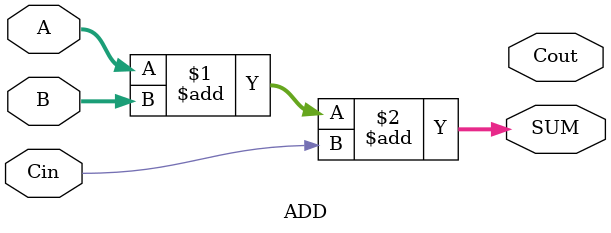
<source format=v>
`timescale 1ns / 1ps


module ADD(  input [31:0] A,B,
               input Cin,
               output [31:0] SUM,
               output Cout);
    //wire [31:0] ADD;

   // full_adder Adder0(.cin(Cin),.a(A[3:0]),.b(B[3:0]),.s(ADD[3:0]),.cout(C0));
   // full_adder Adder1(.cin(C0),.a(A[7:4]),.b(B[7:4]),.s(ADD[7:4]),.cout(C1));
    //full_adder Adder2(.cin(C1),.a(A[11:8]),.b(B[11:8]),.s(ADD[11:8]),.cout(C2));
    //full_adder Adder3(.cin(C2),.a(A[15:12]),.b(B[15:12]),.s(ADD[15:12]),.cout(C3));
    
    //full_adder Adder4(.cin(C3),.a(A[19:16]),.b(B[19:16]),.s(ADD[19:16]),.cout(C4));
    //full_adder Adder5(.cin(C4),.a(A[23:20]),.b(B[23:20]),.s(ADD[23:20]),.cout(C5));
    //full_adder Adder6(.cin(C5),.a(A[27:24]),.b(B[27:24]),.s(ADD[27:24]),.cout(C6));
    //full_adder Adder7(.cin(C6),.a(A[31:28]),.b(B[31:28]),.s(ADD[31:28]),.cout(Cout));
    
    assign SUM = A + B + Cin;
    
endmodule

</source>
